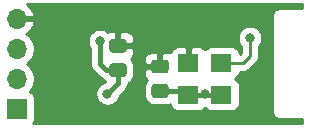
<source format=gbl>
%TF.GenerationSoftware,KiCad,Pcbnew,(5.1.12)-1*%
%TF.CreationDate,2022-05-16T22:14:10+01:00*%
%TF.ProjectId,wiicam,77696963-616d-42e6-9b69-6361645f7063,rev?*%
%TF.SameCoordinates,Original*%
%TF.FileFunction,Copper,L2,Bot*%
%TF.FilePolarity,Positive*%
%FSLAX46Y46*%
G04 Gerber Fmt 4.6, Leading zero omitted, Abs format (unit mm)*
G04 Created by KiCad (PCBNEW (5.1.12)-1) date 2022-05-16 22:14:10*
%MOMM*%
%LPD*%
G01*
G04 APERTURE LIST*
%TA.AperFunction,ComponentPad*%
%ADD10O,1.700000X1.700000*%
%TD*%
%TA.AperFunction,ComponentPad*%
%ADD11R,1.700000X1.700000*%
%TD*%
%TA.AperFunction,SMDPad,CuDef*%
%ADD12R,1.800000X1.540000*%
%TD*%
%TA.AperFunction,ViaPad*%
%ADD13C,0.800000*%
%TD*%
%TA.AperFunction,Conductor*%
%ADD14C,0.400000*%
%TD*%
%TA.AperFunction,Conductor*%
%ADD15C,0.250000*%
%TD*%
%TA.AperFunction,Conductor*%
%ADD16C,0.254000*%
%TD*%
%TA.AperFunction,Conductor*%
%ADD17C,0.100000*%
%TD*%
G04 APERTURE END LIST*
%TA.AperFunction,SMDPad,CuDef*%
G36*
G01*
X155415000Y-125230000D02*
X154465000Y-125230000D01*
G75*
G02*
X154215000Y-124980000I0J250000D01*
G01*
X154215000Y-124305000D01*
G75*
G02*
X154465000Y-124055000I250000J0D01*
G01*
X155415000Y-124055000D01*
G75*
G02*
X155665000Y-124305000I0J-250000D01*
G01*
X155665000Y-124980000D01*
G75*
G02*
X155415000Y-125230000I-250000J0D01*
G01*
G37*
%TD.AperFunction*%
%TA.AperFunction,SMDPad,CuDef*%
G36*
G01*
X155415000Y-127305000D02*
X154465000Y-127305000D01*
G75*
G02*
X154215000Y-127055000I0J250000D01*
G01*
X154215000Y-126380000D01*
G75*
G02*
X154465000Y-126130000I250000J0D01*
G01*
X155415000Y-126130000D01*
G75*
G02*
X155665000Y-126380000I0J-250000D01*
G01*
X155665000Y-127055000D01*
G75*
G02*
X155415000Y-127305000I-250000J0D01*
G01*
G37*
%TD.AperFunction*%
%TA.AperFunction,SMDPad,CuDef*%
G36*
G01*
X151859000Y-125548500D02*
X150909000Y-125548500D01*
G75*
G02*
X150659000Y-125298500I0J250000D01*
G01*
X150659000Y-124623500D01*
G75*
G02*
X150909000Y-124373500I250000J0D01*
G01*
X151859000Y-124373500D01*
G75*
G02*
X152109000Y-124623500I0J-250000D01*
G01*
X152109000Y-125298500D01*
G75*
G02*
X151859000Y-125548500I-250000J0D01*
G01*
G37*
%TD.AperFunction*%
%TA.AperFunction,SMDPad,CuDef*%
G36*
G01*
X151859000Y-123473500D02*
X150909000Y-123473500D01*
G75*
G02*
X150659000Y-123223500I0J250000D01*
G01*
X150659000Y-122548500D01*
G75*
G02*
X150909000Y-122298500I250000J0D01*
G01*
X151859000Y-122298500D01*
G75*
G02*
X152109000Y-122548500I0J-250000D01*
G01*
X152109000Y-123223500D01*
G75*
G02*
X151859000Y-123473500I-250000J0D01*
G01*
G37*
%TD.AperFunction*%
D10*
X142875000Y-120600000D03*
X142875000Y-123140000D03*
X142875000Y-125680000D03*
D11*
X142875000Y-128220000D03*
D12*
X160150000Y-127020000D03*
X160150000Y-124340000D03*
X157350000Y-124340000D03*
X157350000Y-127020000D03*
D13*
X158750000Y-126950000D03*
X150495000Y-126950000D03*
X149860000Y-122505000D03*
X162560000Y-122210000D03*
X162560000Y-126260000D03*
X156845000Y-119965000D03*
D14*
X158820000Y-127020000D02*
X158750000Y-126950000D01*
X160150000Y-127020000D02*
X158820000Y-127020000D01*
X158680000Y-127020000D02*
X158750000Y-126950000D01*
X157350000Y-127020000D02*
X158680000Y-127020000D01*
X157047500Y-126717500D02*
X157350000Y-127020000D01*
X154940000Y-126717500D02*
X157047500Y-126717500D01*
X151384000Y-126061000D02*
X150495000Y-126950000D01*
X151384000Y-124961000D02*
X151384000Y-126061000D01*
X151384000Y-124961000D02*
X150411000Y-124961000D01*
X149860000Y-124410000D02*
X149860000Y-122505000D01*
X150411000Y-124961000D02*
X149860000Y-124410000D01*
D15*
X162560000Y-122210000D02*
X162560000Y-123775000D01*
X161995000Y-124340000D02*
X160150000Y-124340000D01*
X162560000Y-123775000D02*
X161995000Y-124340000D01*
D16*
X166980001Y-119700000D02*
X165132419Y-119700000D01*
X165100000Y-119696807D01*
X165067581Y-119700000D01*
X164970617Y-119709550D01*
X164846207Y-119747290D01*
X164731550Y-119808575D01*
X164631052Y-119891052D01*
X164548575Y-119991550D01*
X164487290Y-120106207D01*
X164449550Y-120230617D01*
X164436807Y-120360000D01*
X164440001Y-120392429D01*
X164440000Y-128427581D01*
X164436807Y-128460000D01*
X164449550Y-128589383D01*
X164487290Y-128713793D01*
X164548575Y-128828450D01*
X164631052Y-128928948D01*
X164731550Y-129011425D01*
X164846207Y-129072710D01*
X164970617Y-129110450D01*
X165100000Y-129123193D01*
X165132419Y-129120000D01*
X166980000Y-129120000D01*
X166980001Y-129465000D01*
X144222295Y-129465000D01*
X144255537Y-129424494D01*
X144314502Y-129314180D01*
X144350812Y-129194482D01*
X144363072Y-129070000D01*
X144363072Y-127370000D01*
X144350812Y-127245518D01*
X144314502Y-127125820D01*
X144255537Y-127015506D01*
X144176185Y-126918815D01*
X144079494Y-126839463D01*
X143969180Y-126780498D01*
X143896620Y-126758487D01*
X144028475Y-126626632D01*
X144190990Y-126383411D01*
X144302932Y-126113158D01*
X144360000Y-125826260D01*
X144360000Y-125533740D01*
X144302932Y-125246842D01*
X144190990Y-124976589D01*
X144028475Y-124733368D01*
X143821632Y-124526525D01*
X143647240Y-124410000D01*
X143821632Y-124293475D01*
X144028475Y-124086632D01*
X144190990Y-123843411D01*
X144302932Y-123573158D01*
X144360000Y-123286260D01*
X144360000Y-122993740D01*
X144302932Y-122706842D01*
X144190990Y-122436589D01*
X144168588Y-122403061D01*
X148825000Y-122403061D01*
X148825000Y-122606939D01*
X148864774Y-122806898D01*
X148942795Y-122995256D01*
X149025001Y-123118286D01*
X149025000Y-124368981D01*
X149020960Y-124410000D01*
X149025000Y-124451018D01*
X149037082Y-124573688D01*
X149084828Y-124731086D01*
X149162364Y-124876145D01*
X149266709Y-125003291D01*
X149298578Y-125029445D01*
X149791558Y-125522426D01*
X149817709Y-125554291D01*
X149944854Y-125658636D01*
X150089913Y-125736172D01*
X150150666Y-125754601D01*
X150170595Y-125791886D01*
X150281038Y-125926462D01*
X150291651Y-125935172D01*
X150193102Y-125954774D01*
X150004744Y-126032795D01*
X149835226Y-126146063D01*
X149691063Y-126290226D01*
X149577795Y-126459744D01*
X149499774Y-126648102D01*
X149460000Y-126848061D01*
X149460000Y-127051939D01*
X149499774Y-127251898D01*
X149577795Y-127440256D01*
X149691063Y-127609774D01*
X149835226Y-127753937D01*
X150004744Y-127867205D01*
X150193102Y-127945226D01*
X150393061Y-127985000D01*
X150596939Y-127985000D01*
X150796898Y-127945226D01*
X150985256Y-127867205D01*
X151154774Y-127753937D01*
X151298937Y-127609774D01*
X151412205Y-127440256D01*
X151490226Y-127251898D01*
X151519092Y-127106776D01*
X151945432Y-126680437D01*
X151977291Y-126654291D01*
X152081636Y-126527146D01*
X152159172Y-126382087D01*
X152206918Y-126224689D01*
X152218357Y-126108545D01*
X152352386Y-126036905D01*
X152486962Y-125926462D01*
X152597405Y-125791886D01*
X152679472Y-125638350D01*
X152730008Y-125471754D01*
X152747072Y-125298500D01*
X152747072Y-125230000D01*
X153576928Y-125230000D01*
X153589188Y-125354482D01*
X153625498Y-125474180D01*
X153684463Y-125584494D01*
X153763815Y-125681185D01*
X153843594Y-125746658D01*
X153837038Y-125752038D01*
X153726595Y-125886614D01*
X153644528Y-126040150D01*
X153593992Y-126206746D01*
X153576928Y-126380000D01*
X153576928Y-127055000D01*
X153593992Y-127228254D01*
X153644528Y-127394850D01*
X153726595Y-127548386D01*
X153837038Y-127682962D01*
X153971614Y-127793405D01*
X154125150Y-127875472D01*
X154291746Y-127926008D01*
X154465000Y-127943072D01*
X155415000Y-127943072D01*
X155588254Y-127926008D01*
X155754850Y-127875472D01*
X155817070Y-127842214D01*
X155824188Y-127914482D01*
X155860498Y-128034180D01*
X155919463Y-128144494D01*
X155998815Y-128241185D01*
X156095506Y-128320537D01*
X156205820Y-128379502D01*
X156325518Y-128415812D01*
X156450000Y-128428072D01*
X158250000Y-128428072D01*
X158374482Y-128415812D01*
X158494180Y-128379502D01*
X158604494Y-128320537D01*
X158701185Y-128241185D01*
X158750000Y-128181704D01*
X158798815Y-128241185D01*
X158895506Y-128320537D01*
X159005820Y-128379502D01*
X159125518Y-128415812D01*
X159250000Y-128428072D01*
X161050000Y-128428072D01*
X161174482Y-128415812D01*
X161294180Y-128379502D01*
X161404494Y-128320537D01*
X161501185Y-128241185D01*
X161580537Y-128144494D01*
X161639502Y-128034180D01*
X161675812Y-127914482D01*
X161688072Y-127790000D01*
X161688072Y-126250000D01*
X161675812Y-126125518D01*
X161639502Y-126005820D01*
X161580537Y-125895506D01*
X161501185Y-125798815D01*
X161404494Y-125719463D01*
X161330665Y-125680000D01*
X161404494Y-125640537D01*
X161501185Y-125561185D01*
X161580537Y-125464494D01*
X161639502Y-125354180D01*
X161675812Y-125234482D01*
X161688072Y-125110000D01*
X161688072Y-125100000D01*
X161957678Y-125100000D01*
X161995000Y-125103676D01*
X162032322Y-125100000D01*
X162032333Y-125100000D01*
X162143986Y-125089003D01*
X162287247Y-125045546D01*
X162419276Y-124974974D01*
X162535001Y-124880001D01*
X162558803Y-124850998D01*
X163071002Y-124338800D01*
X163100001Y-124315001D01*
X163194974Y-124199276D01*
X163265546Y-124067247D01*
X163309003Y-123923986D01*
X163320000Y-123812333D01*
X163320000Y-123812325D01*
X163323676Y-123775000D01*
X163320000Y-123737675D01*
X163320000Y-122913711D01*
X163363937Y-122869774D01*
X163477205Y-122700256D01*
X163555226Y-122511898D01*
X163595000Y-122311939D01*
X163595000Y-122108061D01*
X163555226Y-121908102D01*
X163477205Y-121719744D01*
X163363937Y-121550226D01*
X163219774Y-121406063D01*
X163050256Y-121292795D01*
X162861898Y-121214774D01*
X162661939Y-121175000D01*
X162458061Y-121175000D01*
X162258102Y-121214774D01*
X162069744Y-121292795D01*
X161900226Y-121406063D01*
X161756063Y-121550226D01*
X161642795Y-121719744D01*
X161564774Y-121908102D01*
X161525000Y-122108061D01*
X161525000Y-122311939D01*
X161564774Y-122511898D01*
X161642795Y-122700256D01*
X161756063Y-122869774D01*
X161800000Y-122913711D01*
X161800001Y-123460198D01*
X161688072Y-123572127D01*
X161688072Y-123570000D01*
X161675812Y-123445518D01*
X161639502Y-123325820D01*
X161580537Y-123215506D01*
X161501185Y-123118815D01*
X161404494Y-123039463D01*
X161294180Y-122980498D01*
X161174482Y-122944188D01*
X161050000Y-122931928D01*
X159250000Y-122931928D01*
X159125518Y-122944188D01*
X159005820Y-122980498D01*
X158895506Y-123039463D01*
X158798815Y-123118815D01*
X158750000Y-123178296D01*
X158701185Y-123118815D01*
X158604494Y-123039463D01*
X158494180Y-122980498D01*
X158374482Y-122944188D01*
X158250000Y-122931928D01*
X157635750Y-122935000D01*
X157477000Y-123093750D01*
X157477000Y-124213000D01*
X157497000Y-124213000D01*
X157497000Y-124467000D01*
X157477000Y-124467000D01*
X157477000Y-124487000D01*
X157223000Y-124487000D01*
X157223000Y-124467000D01*
X157203000Y-124467000D01*
X157203000Y-124213000D01*
X157223000Y-124213000D01*
X157223000Y-123093750D01*
X157064250Y-122935000D01*
X156450000Y-122931928D01*
X156325518Y-122944188D01*
X156205820Y-122980498D01*
X156095506Y-123039463D01*
X155998815Y-123118815D01*
X155919463Y-123215506D01*
X155860498Y-123325820D01*
X155825800Y-123440205D01*
X155789482Y-123429188D01*
X155665000Y-123416928D01*
X155225750Y-123420000D01*
X155067000Y-123578750D01*
X155067000Y-124515500D01*
X155087000Y-124515500D01*
X155087000Y-124769500D01*
X155067000Y-124769500D01*
X155067000Y-124789500D01*
X154813000Y-124789500D01*
X154813000Y-124769500D01*
X153738750Y-124769500D01*
X153580000Y-124928250D01*
X153576928Y-125230000D01*
X152747072Y-125230000D01*
X152747072Y-124623500D01*
X152730008Y-124450246D01*
X152679472Y-124283650D01*
X152597405Y-124130114D01*
X152535761Y-124055000D01*
X153576928Y-124055000D01*
X153580000Y-124356750D01*
X153738750Y-124515500D01*
X154813000Y-124515500D01*
X154813000Y-123578750D01*
X154654250Y-123420000D01*
X154215000Y-123416928D01*
X154090518Y-123429188D01*
X153970820Y-123465498D01*
X153860506Y-123524463D01*
X153763815Y-123603815D01*
X153684463Y-123700506D01*
X153625498Y-123810820D01*
X153589188Y-123930518D01*
X153576928Y-124055000D01*
X152535761Y-124055000D01*
X152486962Y-123995538D01*
X152480406Y-123990158D01*
X152560185Y-123924685D01*
X152639537Y-123827994D01*
X152698502Y-123717680D01*
X152734812Y-123597982D01*
X152747072Y-123473500D01*
X152744000Y-123171750D01*
X152585250Y-123013000D01*
X151511000Y-123013000D01*
X151511000Y-123033000D01*
X151257000Y-123033000D01*
X151257000Y-123013000D01*
X151237000Y-123013000D01*
X151237000Y-122759000D01*
X151257000Y-122759000D01*
X151257000Y-121822250D01*
X151511000Y-121822250D01*
X151511000Y-122759000D01*
X152585250Y-122759000D01*
X152744000Y-122600250D01*
X152747072Y-122298500D01*
X152734812Y-122174018D01*
X152698502Y-122054320D01*
X152639537Y-121944006D01*
X152560185Y-121847315D01*
X152463494Y-121767963D01*
X152353180Y-121708998D01*
X152233482Y-121672688D01*
X152109000Y-121660428D01*
X151669750Y-121663500D01*
X151511000Y-121822250D01*
X151257000Y-121822250D01*
X151098250Y-121663500D01*
X150659000Y-121660428D01*
X150534518Y-121672688D01*
X150495171Y-121684624D01*
X150350256Y-121587795D01*
X150161898Y-121509774D01*
X149961939Y-121470000D01*
X149758061Y-121470000D01*
X149558102Y-121509774D01*
X149369744Y-121587795D01*
X149200226Y-121701063D01*
X149056063Y-121845226D01*
X148942795Y-122014744D01*
X148864774Y-122203102D01*
X148825000Y-122403061D01*
X144168588Y-122403061D01*
X144028475Y-122193368D01*
X143821632Y-121986525D01*
X143639466Y-121864805D01*
X143756355Y-121795178D01*
X143972588Y-121600269D01*
X144146641Y-121366920D01*
X144271825Y-121104099D01*
X144316476Y-120956890D01*
X144195155Y-120727000D01*
X143002000Y-120727000D01*
X143002000Y-120747000D01*
X142748000Y-120747000D01*
X142748000Y-120727000D01*
X142728000Y-120727000D01*
X142728000Y-120473000D01*
X142748000Y-120473000D01*
X142748000Y-120453000D01*
X143002000Y-120453000D01*
X143002000Y-120473000D01*
X144195155Y-120473000D01*
X144316476Y-120243110D01*
X144271825Y-120095901D01*
X144146641Y-119833080D01*
X143972588Y-119599731D01*
X143756355Y-119404822D01*
X143672715Y-119355000D01*
X166980000Y-119355000D01*
X166980001Y-119700000D01*
%TA.AperFunction,Conductor*%
D17*
G36*
X166980001Y-119700000D02*
G01*
X165132419Y-119700000D01*
X165100000Y-119696807D01*
X165067581Y-119700000D01*
X164970617Y-119709550D01*
X164846207Y-119747290D01*
X164731550Y-119808575D01*
X164631052Y-119891052D01*
X164548575Y-119991550D01*
X164487290Y-120106207D01*
X164449550Y-120230617D01*
X164436807Y-120360000D01*
X164440001Y-120392429D01*
X164440000Y-128427581D01*
X164436807Y-128460000D01*
X164449550Y-128589383D01*
X164487290Y-128713793D01*
X164548575Y-128828450D01*
X164631052Y-128928948D01*
X164731550Y-129011425D01*
X164846207Y-129072710D01*
X164970617Y-129110450D01*
X165100000Y-129123193D01*
X165132419Y-129120000D01*
X166980000Y-129120000D01*
X166980001Y-129465000D01*
X144222295Y-129465000D01*
X144255537Y-129424494D01*
X144314502Y-129314180D01*
X144350812Y-129194482D01*
X144363072Y-129070000D01*
X144363072Y-127370000D01*
X144350812Y-127245518D01*
X144314502Y-127125820D01*
X144255537Y-127015506D01*
X144176185Y-126918815D01*
X144079494Y-126839463D01*
X143969180Y-126780498D01*
X143896620Y-126758487D01*
X144028475Y-126626632D01*
X144190990Y-126383411D01*
X144302932Y-126113158D01*
X144360000Y-125826260D01*
X144360000Y-125533740D01*
X144302932Y-125246842D01*
X144190990Y-124976589D01*
X144028475Y-124733368D01*
X143821632Y-124526525D01*
X143647240Y-124410000D01*
X143821632Y-124293475D01*
X144028475Y-124086632D01*
X144190990Y-123843411D01*
X144302932Y-123573158D01*
X144360000Y-123286260D01*
X144360000Y-122993740D01*
X144302932Y-122706842D01*
X144190990Y-122436589D01*
X144168588Y-122403061D01*
X148825000Y-122403061D01*
X148825000Y-122606939D01*
X148864774Y-122806898D01*
X148942795Y-122995256D01*
X149025001Y-123118286D01*
X149025000Y-124368981D01*
X149020960Y-124410000D01*
X149025000Y-124451018D01*
X149037082Y-124573688D01*
X149084828Y-124731086D01*
X149162364Y-124876145D01*
X149266709Y-125003291D01*
X149298578Y-125029445D01*
X149791558Y-125522426D01*
X149817709Y-125554291D01*
X149944854Y-125658636D01*
X150089913Y-125736172D01*
X150150666Y-125754601D01*
X150170595Y-125791886D01*
X150281038Y-125926462D01*
X150291651Y-125935172D01*
X150193102Y-125954774D01*
X150004744Y-126032795D01*
X149835226Y-126146063D01*
X149691063Y-126290226D01*
X149577795Y-126459744D01*
X149499774Y-126648102D01*
X149460000Y-126848061D01*
X149460000Y-127051939D01*
X149499774Y-127251898D01*
X149577795Y-127440256D01*
X149691063Y-127609774D01*
X149835226Y-127753937D01*
X150004744Y-127867205D01*
X150193102Y-127945226D01*
X150393061Y-127985000D01*
X150596939Y-127985000D01*
X150796898Y-127945226D01*
X150985256Y-127867205D01*
X151154774Y-127753937D01*
X151298937Y-127609774D01*
X151412205Y-127440256D01*
X151490226Y-127251898D01*
X151519092Y-127106776D01*
X151945432Y-126680437D01*
X151977291Y-126654291D01*
X152081636Y-126527146D01*
X152159172Y-126382087D01*
X152206918Y-126224689D01*
X152218357Y-126108545D01*
X152352386Y-126036905D01*
X152486962Y-125926462D01*
X152597405Y-125791886D01*
X152679472Y-125638350D01*
X152730008Y-125471754D01*
X152747072Y-125298500D01*
X152747072Y-125230000D01*
X153576928Y-125230000D01*
X153589188Y-125354482D01*
X153625498Y-125474180D01*
X153684463Y-125584494D01*
X153763815Y-125681185D01*
X153843594Y-125746658D01*
X153837038Y-125752038D01*
X153726595Y-125886614D01*
X153644528Y-126040150D01*
X153593992Y-126206746D01*
X153576928Y-126380000D01*
X153576928Y-127055000D01*
X153593992Y-127228254D01*
X153644528Y-127394850D01*
X153726595Y-127548386D01*
X153837038Y-127682962D01*
X153971614Y-127793405D01*
X154125150Y-127875472D01*
X154291746Y-127926008D01*
X154465000Y-127943072D01*
X155415000Y-127943072D01*
X155588254Y-127926008D01*
X155754850Y-127875472D01*
X155817070Y-127842214D01*
X155824188Y-127914482D01*
X155860498Y-128034180D01*
X155919463Y-128144494D01*
X155998815Y-128241185D01*
X156095506Y-128320537D01*
X156205820Y-128379502D01*
X156325518Y-128415812D01*
X156450000Y-128428072D01*
X158250000Y-128428072D01*
X158374482Y-128415812D01*
X158494180Y-128379502D01*
X158604494Y-128320537D01*
X158701185Y-128241185D01*
X158750000Y-128181704D01*
X158798815Y-128241185D01*
X158895506Y-128320537D01*
X159005820Y-128379502D01*
X159125518Y-128415812D01*
X159250000Y-128428072D01*
X161050000Y-128428072D01*
X161174482Y-128415812D01*
X161294180Y-128379502D01*
X161404494Y-128320537D01*
X161501185Y-128241185D01*
X161580537Y-128144494D01*
X161639502Y-128034180D01*
X161675812Y-127914482D01*
X161688072Y-127790000D01*
X161688072Y-126250000D01*
X161675812Y-126125518D01*
X161639502Y-126005820D01*
X161580537Y-125895506D01*
X161501185Y-125798815D01*
X161404494Y-125719463D01*
X161330665Y-125680000D01*
X161404494Y-125640537D01*
X161501185Y-125561185D01*
X161580537Y-125464494D01*
X161639502Y-125354180D01*
X161675812Y-125234482D01*
X161688072Y-125110000D01*
X161688072Y-125100000D01*
X161957678Y-125100000D01*
X161995000Y-125103676D01*
X162032322Y-125100000D01*
X162032333Y-125100000D01*
X162143986Y-125089003D01*
X162287247Y-125045546D01*
X162419276Y-124974974D01*
X162535001Y-124880001D01*
X162558803Y-124850998D01*
X163071002Y-124338800D01*
X163100001Y-124315001D01*
X163194974Y-124199276D01*
X163265546Y-124067247D01*
X163309003Y-123923986D01*
X163320000Y-123812333D01*
X163320000Y-123812325D01*
X163323676Y-123775000D01*
X163320000Y-123737675D01*
X163320000Y-122913711D01*
X163363937Y-122869774D01*
X163477205Y-122700256D01*
X163555226Y-122511898D01*
X163595000Y-122311939D01*
X163595000Y-122108061D01*
X163555226Y-121908102D01*
X163477205Y-121719744D01*
X163363937Y-121550226D01*
X163219774Y-121406063D01*
X163050256Y-121292795D01*
X162861898Y-121214774D01*
X162661939Y-121175000D01*
X162458061Y-121175000D01*
X162258102Y-121214774D01*
X162069744Y-121292795D01*
X161900226Y-121406063D01*
X161756063Y-121550226D01*
X161642795Y-121719744D01*
X161564774Y-121908102D01*
X161525000Y-122108061D01*
X161525000Y-122311939D01*
X161564774Y-122511898D01*
X161642795Y-122700256D01*
X161756063Y-122869774D01*
X161800000Y-122913711D01*
X161800001Y-123460198D01*
X161688072Y-123572127D01*
X161688072Y-123570000D01*
X161675812Y-123445518D01*
X161639502Y-123325820D01*
X161580537Y-123215506D01*
X161501185Y-123118815D01*
X161404494Y-123039463D01*
X161294180Y-122980498D01*
X161174482Y-122944188D01*
X161050000Y-122931928D01*
X159250000Y-122931928D01*
X159125518Y-122944188D01*
X159005820Y-122980498D01*
X158895506Y-123039463D01*
X158798815Y-123118815D01*
X158750000Y-123178296D01*
X158701185Y-123118815D01*
X158604494Y-123039463D01*
X158494180Y-122980498D01*
X158374482Y-122944188D01*
X158250000Y-122931928D01*
X157635750Y-122935000D01*
X157477000Y-123093750D01*
X157477000Y-124213000D01*
X157497000Y-124213000D01*
X157497000Y-124467000D01*
X157477000Y-124467000D01*
X157477000Y-124487000D01*
X157223000Y-124487000D01*
X157223000Y-124467000D01*
X157203000Y-124467000D01*
X157203000Y-124213000D01*
X157223000Y-124213000D01*
X157223000Y-123093750D01*
X157064250Y-122935000D01*
X156450000Y-122931928D01*
X156325518Y-122944188D01*
X156205820Y-122980498D01*
X156095506Y-123039463D01*
X155998815Y-123118815D01*
X155919463Y-123215506D01*
X155860498Y-123325820D01*
X155825800Y-123440205D01*
X155789482Y-123429188D01*
X155665000Y-123416928D01*
X155225750Y-123420000D01*
X155067000Y-123578750D01*
X155067000Y-124515500D01*
X155087000Y-124515500D01*
X155087000Y-124769500D01*
X155067000Y-124769500D01*
X155067000Y-124789500D01*
X154813000Y-124789500D01*
X154813000Y-124769500D01*
X153738750Y-124769500D01*
X153580000Y-124928250D01*
X153576928Y-125230000D01*
X152747072Y-125230000D01*
X152747072Y-124623500D01*
X152730008Y-124450246D01*
X152679472Y-124283650D01*
X152597405Y-124130114D01*
X152535761Y-124055000D01*
X153576928Y-124055000D01*
X153580000Y-124356750D01*
X153738750Y-124515500D01*
X154813000Y-124515500D01*
X154813000Y-123578750D01*
X154654250Y-123420000D01*
X154215000Y-123416928D01*
X154090518Y-123429188D01*
X153970820Y-123465498D01*
X153860506Y-123524463D01*
X153763815Y-123603815D01*
X153684463Y-123700506D01*
X153625498Y-123810820D01*
X153589188Y-123930518D01*
X153576928Y-124055000D01*
X152535761Y-124055000D01*
X152486962Y-123995538D01*
X152480406Y-123990158D01*
X152560185Y-123924685D01*
X152639537Y-123827994D01*
X152698502Y-123717680D01*
X152734812Y-123597982D01*
X152747072Y-123473500D01*
X152744000Y-123171750D01*
X152585250Y-123013000D01*
X151511000Y-123013000D01*
X151511000Y-123033000D01*
X151257000Y-123033000D01*
X151257000Y-123013000D01*
X151237000Y-123013000D01*
X151237000Y-122759000D01*
X151257000Y-122759000D01*
X151257000Y-121822250D01*
X151511000Y-121822250D01*
X151511000Y-122759000D01*
X152585250Y-122759000D01*
X152744000Y-122600250D01*
X152747072Y-122298500D01*
X152734812Y-122174018D01*
X152698502Y-122054320D01*
X152639537Y-121944006D01*
X152560185Y-121847315D01*
X152463494Y-121767963D01*
X152353180Y-121708998D01*
X152233482Y-121672688D01*
X152109000Y-121660428D01*
X151669750Y-121663500D01*
X151511000Y-121822250D01*
X151257000Y-121822250D01*
X151098250Y-121663500D01*
X150659000Y-121660428D01*
X150534518Y-121672688D01*
X150495171Y-121684624D01*
X150350256Y-121587795D01*
X150161898Y-121509774D01*
X149961939Y-121470000D01*
X149758061Y-121470000D01*
X149558102Y-121509774D01*
X149369744Y-121587795D01*
X149200226Y-121701063D01*
X149056063Y-121845226D01*
X148942795Y-122014744D01*
X148864774Y-122203102D01*
X148825000Y-122403061D01*
X144168588Y-122403061D01*
X144028475Y-122193368D01*
X143821632Y-121986525D01*
X143639466Y-121864805D01*
X143756355Y-121795178D01*
X143972588Y-121600269D01*
X144146641Y-121366920D01*
X144271825Y-121104099D01*
X144316476Y-120956890D01*
X144195155Y-120727000D01*
X143002000Y-120727000D01*
X143002000Y-120747000D01*
X142748000Y-120747000D01*
X142748000Y-120727000D01*
X142728000Y-120727000D01*
X142728000Y-120473000D01*
X142748000Y-120473000D01*
X142748000Y-120453000D01*
X143002000Y-120453000D01*
X143002000Y-120473000D01*
X144195155Y-120473000D01*
X144316476Y-120243110D01*
X144271825Y-120095901D01*
X144146641Y-119833080D01*
X143972588Y-119599731D01*
X143756355Y-119404822D01*
X143672715Y-119355000D01*
X166980000Y-119355000D01*
X166980001Y-119700000D01*
G37*
%TD.AperFunction*%
M02*

</source>
